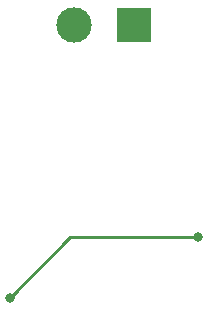
<source format=gbr>
%TF.GenerationSoftware,KiCad,Pcbnew,(6.0.10-0)*%
%TF.CreationDate,2023-02-17T16:16:03-08:00*%
%TF.ProjectId,Lab4 part2,4c616234-2070-4617-9274-322e6b696361,rev?*%
%TF.SameCoordinates,Original*%
%TF.FileFunction,Copper,L2,Bot*%
%TF.FilePolarity,Positive*%
%FSLAX46Y46*%
G04 Gerber Fmt 4.6, Leading zero omitted, Abs format (unit mm)*
G04 Created by KiCad (PCBNEW (6.0.10-0)) date 2023-02-17 16:16:03*
%MOMM*%
%LPD*%
G01*
G04 APERTURE LIST*
%TA.AperFunction,ComponentPad*%
%ADD10R,3.000000X3.000000*%
%TD*%
%TA.AperFunction,ComponentPad*%
%ADD11C,3.000000*%
%TD*%
%TA.AperFunction,ViaPad*%
%ADD12C,0.800000*%
%TD*%
%TA.AperFunction,Conductor*%
%ADD13C,0.250000*%
%TD*%
G04 APERTURE END LIST*
D10*
%TO.P,J1,1,Pin_1*%
%TO.N,+9V*%
X143340000Y-70210000D03*
D11*
%TO.P,J1,2,Pin_2*%
%TO.N,GND*%
X138260000Y-70210000D03*
%TD*%
D12*
%TO.N,/pin_3*%
X148770000Y-88200000D03*
X132830000Y-93340000D03*
%TD*%
D13*
%TO.N,/pin_3*%
X137970000Y-88200000D02*
X148720000Y-88200000D01*
X132830000Y-93340000D02*
X137970000Y-88200000D01*
%TD*%
M02*

</source>
